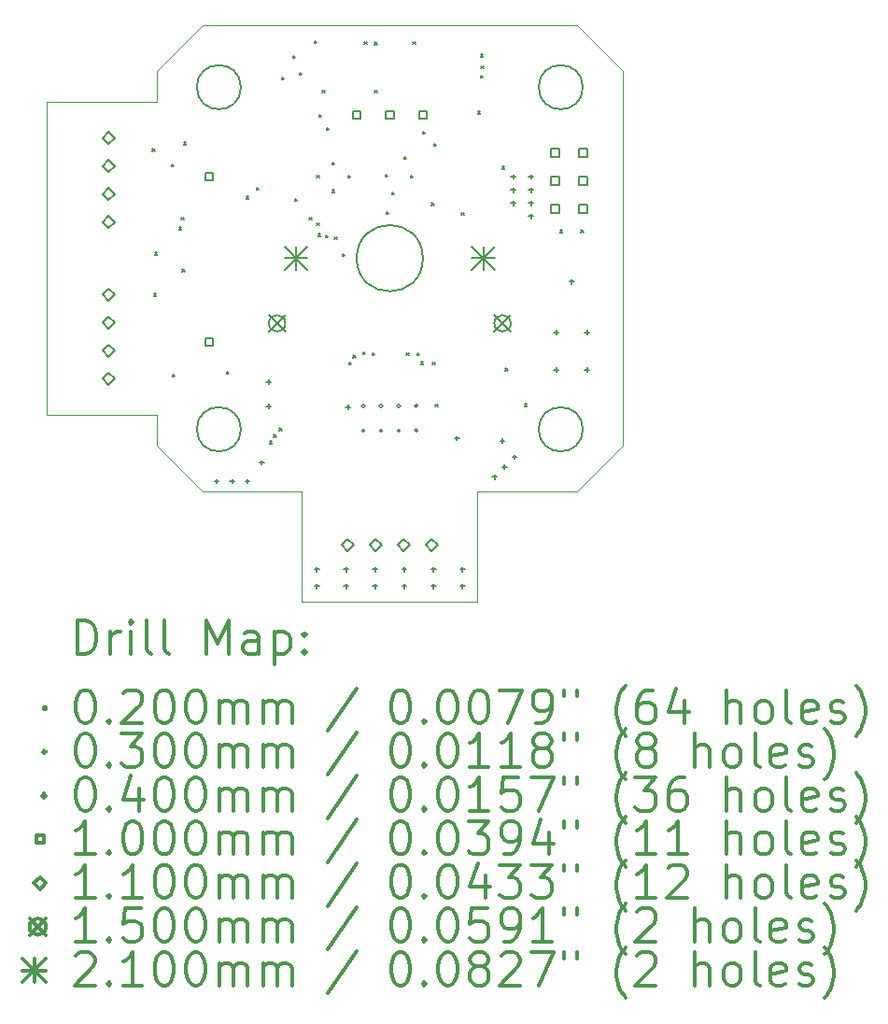
<source format=gbr>
%FSLAX45Y45*%
G04 Gerber Fmt 4.5, Leading zero omitted, Abs format (unit mm)*
G04 Created by KiCad (PCBNEW (5.1.12)-1) date 2022-08-25 20:44:23*
%MOMM*%
%LPD*%
G01*
G04 APERTURE LIST*
%TA.AperFunction,Profile*%
%ADD10C,0.050000*%
%TD*%
%TA.AperFunction,Profile*%
%ADD11C,0.150000*%
%TD*%
%ADD12C,0.200000*%
%ADD13C,0.300000*%
G04 APERTURE END LIST*
D10*
X6885000Y-8580000D02*
X6885000Y-11420000D01*
X7885000Y-8580000D02*
X6885000Y-8580000D01*
X7885000Y-8304000D02*
X7885000Y-8580000D01*
X7885000Y-11696000D02*
X7885000Y-11420000D01*
X7885000Y-11420000D02*
X6885000Y-11420000D01*
X10796000Y-12115000D02*
X10796000Y-13115000D01*
X9204000Y-12115000D02*
X9204000Y-13115000D01*
X9204000Y-13115000D02*
X10796000Y-13115000D01*
X11696000Y-12115000D02*
X10796000Y-12115000D01*
X8304000Y-12115000D02*
X9204000Y-12115000D01*
X7885000Y-11696000D02*
X8304000Y-12115000D01*
X11696000Y-12115000D02*
X12115000Y-11696000D01*
X11696000Y-7885000D02*
X12115000Y-8304000D01*
X7885000Y-8304000D02*
X8304000Y-7885000D01*
X12115000Y-10000000D02*
X12115000Y-11696000D01*
X12115000Y-10000000D02*
X12115000Y-8304000D01*
X10000000Y-7885000D02*
X8304000Y-7885000D01*
X10000000Y-7885000D02*
X11696000Y-7885000D01*
D11*
X11750000Y-8450000D02*
G75*
G03*
X11750000Y-8450000I-200000J0D01*
G01*
X8650000Y-8450000D02*
G75*
G03*
X8650000Y-8450000I-200000J0D01*
G01*
X8650000Y-11550000D02*
G75*
G03*
X8650000Y-11550000I-200000J0D01*
G01*
X11750000Y-11550000D02*
G75*
G03*
X11750000Y-11550000I-200000J0D01*
G01*
X10300000Y-10000000D02*
G75*
G03*
X10300000Y-10000000I-300000J0D01*
G01*
D12*
X7850000Y-9010000D02*
X7870000Y-9030000D01*
X7870000Y-9010000D02*
X7850000Y-9030000D01*
X7860000Y-10320000D02*
X7880000Y-10340000D01*
X7880000Y-10320000D02*
X7860000Y-10340000D01*
X7870000Y-9950000D02*
X7890000Y-9970000D01*
X7890000Y-9950000D02*
X7870000Y-9970000D01*
X8020000Y-9150000D02*
X8040000Y-9170000D01*
X8040000Y-9150000D02*
X8020000Y-9170000D01*
X8028750Y-11051250D02*
X8048750Y-11071250D01*
X8048750Y-11051250D02*
X8028750Y-11071250D01*
X8090000Y-9720000D02*
X8110000Y-9740000D01*
X8110000Y-9720000D02*
X8090000Y-9740000D01*
X8110000Y-9630000D02*
X8130000Y-9650000D01*
X8130000Y-9630000D02*
X8110000Y-9650000D01*
X8120000Y-10100000D02*
X8140000Y-10120000D01*
X8140000Y-10100000D02*
X8120000Y-10120000D01*
X8130000Y-8950000D02*
X8150000Y-8970000D01*
X8150000Y-8950000D02*
X8130000Y-8970000D01*
X8520000Y-11030000D02*
X8540000Y-11050000D01*
X8540000Y-11030000D02*
X8520000Y-11050000D01*
X8700000Y-9440000D02*
X8720000Y-9460000D01*
X8720000Y-9440000D02*
X8700000Y-9460000D01*
X8790000Y-9360000D02*
X8810000Y-9380000D01*
X8810000Y-9360000D02*
X8790000Y-9380000D01*
X8910000Y-11660000D02*
X8930000Y-11680000D01*
X8930000Y-11660000D02*
X8910000Y-11680000D01*
X8950000Y-11600000D02*
X8970000Y-11620000D01*
X8970000Y-11600000D02*
X8950000Y-11620000D01*
X9000000Y-11540000D02*
X9020000Y-11560000D01*
X9020000Y-11540000D02*
X9000000Y-11560000D01*
X9020000Y-8360000D02*
X9040000Y-8380000D01*
X9040000Y-8360000D02*
X9020000Y-8380000D01*
X9125000Y-8165000D02*
X9145000Y-8185000D01*
X9145000Y-8165000D02*
X9125000Y-8185000D01*
X9140000Y-9460000D02*
X9160000Y-9480000D01*
X9160000Y-9460000D02*
X9140000Y-9480000D01*
X9180000Y-8320000D02*
X9200000Y-8340000D01*
X9200000Y-8320000D02*
X9180000Y-8340000D01*
X9270000Y-9630000D02*
X9290000Y-9650000D01*
X9290000Y-9630000D02*
X9270000Y-9650000D01*
X9320000Y-8030000D02*
X9340000Y-8050000D01*
X9340000Y-8030000D02*
X9320000Y-8050000D01*
X9340000Y-9250000D02*
X9360000Y-9270000D01*
X9360000Y-9250000D02*
X9340000Y-9270000D01*
X9340000Y-9680000D02*
X9360000Y-9700000D01*
X9360000Y-9680000D02*
X9340000Y-9700000D01*
X9350000Y-9780000D02*
X9370000Y-9800000D01*
X9370000Y-9780000D02*
X9350000Y-9800000D01*
X9360000Y-8700000D02*
X9380000Y-8720000D01*
X9380000Y-8700000D02*
X9360000Y-8720000D01*
X9390000Y-8480000D02*
X9410000Y-8500000D01*
X9410000Y-8480000D02*
X9390000Y-8500000D01*
X9420000Y-9790000D02*
X9440000Y-9810000D01*
X9440000Y-9790000D02*
X9420000Y-9810000D01*
X9430000Y-8820000D02*
X9450000Y-8840000D01*
X9450000Y-8820000D02*
X9430000Y-8840000D01*
X9480000Y-9130000D02*
X9500000Y-9150000D01*
X9500000Y-9130000D02*
X9480000Y-9150000D01*
X9480000Y-9380000D02*
X9500000Y-9400000D01*
X9500000Y-9380000D02*
X9480000Y-9400000D01*
X9500000Y-9810000D02*
X9520000Y-9830000D01*
X9520000Y-9810000D02*
X9500000Y-9830000D01*
X9570000Y-9960000D02*
X9590000Y-9980000D01*
X9590000Y-9960000D02*
X9570000Y-9980000D01*
X9620000Y-9250000D02*
X9640000Y-9270000D01*
X9640000Y-9250000D02*
X9620000Y-9270000D01*
X9632500Y-10942500D02*
X9652500Y-10962500D01*
X9652500Y-10942500D02*
X9632500Y-10962500D01*
X9670000Y-10880000D02*
X9690000Y-10900000D01*
X9690000Y-10880000D02*
X9670000Y-10900000D01*
X9760000Y-10850000D02*
X9780000Y-10870000D01*
X9780000Y-10850000D02*
X9760000Y-10870000D01*
X9770000Y-8040000D02*
X9790000Y-8060000D01*
X9790000Y-8040000D02*
X9770000Y-8060000D01*
X9840000Y-10860000D02*
X9860000Y-10880000D01*
X9860000Y-10860000D02*
X9840000Y-10880000D01*
X9865000Y-8045000D02*
X9885000Y-8065000D01*
X9885000Y-8045000D02*
X9865000Y-8065000D01*
X9865000Y-8480000D02*
X9885000Y-8500000D01*
X9885000Y-8480000D02*
X9865000Y-8500000D01*
X9960000Y-9240000D02*
X9980000Y-9260000D01*
X9980000Y-9240000D02*
X9960000Y-9260000D01*
X9970000Y-9580000D02*
X9990000Y-9600000D01*
X9990000Y-9580000D02*
X9970000Y-9600000D01*
X10020000Y-9400000D02*
X10040000Y-9420000D01*
X10040000Y-9400000D02*
X10020000Y-9420000D01*
X10130000Y-9080000D02*
X10150000Y-9100000D01*
X10150000Y-9080000D02*
X10130000Y-9100000D01*
X10150000Y-10860000D02*
X10170000Y-10880000D01*
X10170000Y-10860000D02*
X10150000Y-10880000D01*
X10190000Y-9250000D02*
X10210000Y-9270000D01*
X10210000Y-9250000D02*
X10190000Y-9270000D01*
X10210000Y-8040000D02*
X10230000Y-8060000D01*
X10230000Y-8040000D02*
X10210000Y-8060000D01*
X10250000Y-10860000D02*
X10270000Y-10880000D01*
X10270000Y-10860000D02*
X10250000Y-10880000D01*
X10282500Y-10940000D02*
X10302500Y-10960000D01*
X10302500Y-10940000D02*
X10282500Y-10960000D01*
X10300000Y-8850000D02*
X10320000Y-8870000D01*
X10320000Y-8850000D02*
X10300000Y-8870000D01*
X10380000Y-9500000D02*
X10400000Y-9520000D01*
X10400000Y-9500000D02*
X10380000Y-9520000D01*
X10387501Y-10942500D02*
X10407501Y-10962500D01*
X10407501Y-10942500D02*
X10387501Y-10962500D01*
X10400000Y-8960000D02*
X10420000Y-8980000D01*
X10420000Y-8960000D02*
X10400000Y-8980000D01*
X10415000Y-11325000D02*
X10435000Y-11345000D01*
X10435000Y-11325000D02*
X10415000Y-11345000D01*
X10650000Y-9590000D02*
X10670000Y-9610000D01*
X10670000Y-9590000D02*
X10650000Y-9610000D01*
X10800000Y-8670000D02*
X10820000Y-8690000D01*
X10820000Y-8670000D02*
X10800000Y-8690000D01*
X10825000Y-8155000D02*
X10845000Y-8175000D01*
X10845000Y-8155000D02*
X10825000Y-8175000D01*
X10825000Y-8345000D02*
X10845000Y-8365000D01*
X10845000Y-8345000D02*
X10825000Y-8365000D01*
X10830000Y-8260000D02*
X10850000Y-8280000D01*
X10850000Y-8260000D02*
X10830000Y-8280000D01*
X11020000Y-9170000D02*
X11040000Y-9190000D01*
X11040000Y-9170000D02*
X11020000Y-9190000D01*
X11050000Y-11000000D02*
X11070000Y-11020000D01*
X11070000Y-11000000D02*
X11050000Y-11020000D01*
X11220000Y-11320000D02*
X11240000Y-11340000D01*
X11240000Y-11320000D02*
X11220000Y-11340000D01*
X11545000Y-9745000D02*
X11565000Y-9765000D01*
X11565000Y-9745000D02*
X11545000Y-9765000D01*
X11735000Y-9745000D02*
X11755000Y-9765000D01*
X11755000Y-9745000D02*
X11735000Y-9765000D01*
X9775000Y-11337500D02*
G75*
G03*
X9775000Y-11337500I-15000J0D01*
G01*
X9775000Y-11562500D02*
G75*
G03*
X9775000Y-11562500I-15000J0D01*
G01*
X9935000Y-11337500D02*
G75*
G03*
X9935000Y-11337500I-15000J0D01*
G01*
X9935000Y-11562500D02*
G75*
G03*
X9935000Y-11562500I-15000J0D01*
G01*
X10095000Y-11337500D02*
G75*
G03*
X10095000Y-11337500I-15000J0D01*
G01*
X10095000Y-11562500D02*
G75*
G03*
X10095000Y-11562500I-15000J0D01*
G01*
X10255000Y-11337500D02*
G75*
G03*
X10255000Y-11337500I-15000J0D01*
G01*
X10255000Y-11562500D02*
G75*
G03*
X10255000Y-11562500I-15000J0D01*
G01*
X8430000Y-12000000D02*
X8430000Y-12040000D01*
X8410000Y-12020000D02*
X8450000Y-12020000D01*
X8570000Y-12000000D02*
X8570000Y-12040000D01*
X8550000Y-12020000D02*
X8590000Y-12020000D01*
X8710000Y-12000000D02*
X8710000Y-12040000D01*
X8690000Y-12020000D02*
X8730000Y-12020000D01*
X8840000Y-11830000D02*
X8840000Y-11870000D01*
X8820000Y-11850000D02*
X8860000Y-11850000D01*
X8900000Y-11100000D02*
X8900000Y-11140000D01*
X8880000Y-11120000D02*
X8920000Y-11120000D01*
X8900000Y-11320000D02*
X8900000Y-11360000D01*
X8880000Y-11340000D02*
X8920000Y-11340000D01*
X9340000Y-12800000D02*
X9340000Y-12840000D01*
X9320000Y-12820000D02*
X9360000Y-12820000D01*
X9340000Y-12950000D02*
X9340000Y-12990000D01*
X9320000Y-12970000D02*
X9360000Y-12970000D01*
X9604000Y-12800000D02*
X9604000Y-12840000D01*
X9584000Y-12820000D02*
X9624000Y-12820000D01*
X9604000Y-12950000D02*
X9604000Y-12990000D01*
X9584000Y-12970000D02*
X9624000Y-12970000D01*
X9620000Y-11330000D02*
X9620000Y-11370000D01*
X9600000Y-11350000D02*
X9640000Y-11350000D01*
X9868000Y-12800000D02*
X9868000Y-12840000D01*
X9848000Y-12820000D02*
X9888000Y-12820000D01*
X9868000Y-12950000D02*
X9868000Y-12990000D01*
X9848000Y-12970000D02*
X9888000Y-12970000D01*
X10132000Y-12800000D02*
X10132000Y-12840000D01*
X10112000Y-12820000D02*
X10152000Y-12820000D01*
X10132000Y-12950000D02*
X10132000Y-12990000D01*
X10112000Y-12970000D02*
X10152000Y-12970000D01*
X10396000Y-12800000D02*
X10396000Y-12840000D01*
X10376000Y-12820000D02*
X10416000Y-12820000D01*
X10396000Y-12950000D02*
X10396000Y-12990000D01*
X10376000Y-12970000D02*
X10416000Y-12970000D01*
X10610000Y-11610000D02*
X10610000Y-11650000D01*
X10590000Y-11630000D02*
X10630000Y-11630000D01*
X10660000Y-12800000D02*
X10660000Y-12840000D01*
X10640000Y-12820000D02*
X10680000Y-12820000D01*
X10660000Y-12950000D02*
X10660000Y-12990000D01*
X10640000Y-12970000D02*
X10680000Y-12970000D01*
X10950000Y-11960000D02*
X10950000Y-12000000D01*
X10930000Y-11980000D02*
X10970000Y-11980000D01*
X11020000Y-11635000D02*
X11020000Y-11675000D01*
X11000000Y-11655000D02*
X11040000Y-11655000D01*
X11040000Y-11870000D02*
X11040000Y-11910000D01*
X11020000Y-11890000D02*
X11060000Y-11890000D01*
X11120000Y-9240000D02*
X11120000Y-9280000D01*
X11100000Y-9260000D02*
X11140000Y-9260000D01*
X11120000Y-9360000D02*
X11120000Y-9400000D01*
X11100000Y-9380000D02*
X11140000Y-9380000D01*
X11120000Y-9480000D02*
X11120000Y-9520000D01*
X11100000Y-9500000D02*
X11140000Y-9500000D01*
X11130000Y-11780000D02*
X11130000Y-11820000D01*
X11110000Y-11800000D02*
X11150000Y-11800000D01*
X11280000Y-9240000D02*
X11280000Y-9280000D01*
X11260000Y-9260000D02*
X11300000Y-9260000D01*
X11280000Y-9360000D02*
X11280000Y-9400000D01*
X11260000Y-9380000D02*
X11300000Y-9380000D01*
X11280000Y-9480000D02*
X11280000Y-9520000D01*
X11260000Y-9500000D02*
X11300000Y-9500000D01*
X11280000Y-9600000D02*
X11280000Y-9640000D01*
X11260000Y-9620000D02*
X11300000Y-9620000D01*
X11510000Y-10650000D02*
X11510000Y-10690000D01*
X11490000Y-10670000D02*
X11530000Y-10670000D01*
X11510000Y-10990000D02*
X11510000Y-11030000D01*
X11490000Y-11010000D02*
X11530000Y-11010000D01*
X11650000Y-10190000D02*
X11650000Y-10230000D01*
X11630000Y-10210000D02*
X11670000Y-10210000D01*
X11790000Y-10650000D02*
X11790000Y-10690000D01*
X11770000Y-10670000D02*
X11810000Y-10670000D01*
X11790000Y-10990000D02*
X11790000Y-11030000D01*
X11770000Y-11010000D02*
X11810000Y-11010000D01*
X8395356Y-9295356D02*
X8395356Y-9224644D01*
X8324644Y-9224644D01*
X8324644Y-9295356D01*
X8395356Y-9295356D01*
X8395356Y-10795356D02*
X8395356Y-10724644D01*
X8324644Y-10724644D01*
X8324644Y-10795356D01*
X8395356Y-10795356D01*
X9735356Y-8735356D02*
X9735356Y-8664644D01*
X9664644Y-8664644D01*
X9664644Y-8735356D01*
X9735356Y-8735356D01*
X10035356Y-8735356D02*
X10035356Y-8664644D01*
X9964644Y-8664644D01*
X9964644Y-8735356D01*
X10035356Y-8735356D01*
X10335356Y-8735356D02*
X10335356Y-8664644D01*
X10264644Y-8664644D01*
X10264644Y-8735356D01*
X10335356Y-8735356D01*
X11535356Y-9080356D02*
X11535356Y-9009644D01*
X11464644Y-9009644D01*
X11464644Y-9080356D01*
X11535356Y-9080356D01*
X11535356Y-9334356D02*
X11535356Y-9263644D01*
X11464644Y-9263644D01*
X11464644Y-9334356D01*
X11535356Y-9334356D01*
X11535356Y-9588356D02*
X11535356Y-9517644D01*
X11464644Y-9517644D01*
X11464644Y-9588356D01*
X11535356Y-9588356D01*
X11789356Y-9080356D02*
X11789356Y-9009644D01*
X11718644Y-9009644D01*
X11718644Y-9080356D01*
X11789356Y-9080356D01*
X11789356Y-9334356D02*
X11789356Y-9263644D01*
X11718644Y-9263644D01*
X11718644Y-9334356D01*
X11789356Y-9334356D01*
X11789356Y-9588356D02*
X11789356Y-9517644D01*
X11718644Y-9517644D01*
X11718644Y-9588356D01*
X11789356Y-9588356D01*
X7450000Y-8967000D02*
X7505000Y-8912000D01*
X7450000Y-8857000D01*
X7395000Y-8912000D01*
X7450000Y-8967000D01*
X7450000Y-9221000D02*
X7505000Y-9166000D01*
X7450000Y-9111000D01*
X7395000Y-9166000D01*
X7450000Y-9221000D01*
X7450000Y-9475000D02*
X7505000Y-9420000D01*
X7450000Y-9365000D01*
X7395000Y-9420000D01*
X7450000Y-9475000D01*
X7450000Y-9729000D02*
X7505000Y-9674000D01*
X7450000Y-9619000D01*
X7395000Y-9674000D01*
X7450000Y-9729000D01*
X7450000Y-10384000D02*
X7505000Y-10329000D01*
X7450000Y-10274000D01*
X7395000Y-10329000D01*
X7450000Y-10384000D01*
X7450000Y-10638000D02*
X7505000Y-10583000D01*
X7450000Y-10528000D01*
X7395000Y-10583000D01*
X7450000Y-10638000D01*
X7450000Y-10892000D02*
X7505000Y-10837000D01*
X7450000Y-10782000D01*
X7395000Y-10837000D01*
X7450000Y-10892000D01*
X7450000Y-11146000D02*
X7505000Y-11091000D01*
X7450000Y-11036000D01*
X7395000Y-11091000D01*
X7450000Y-11146000D01*
X9619000Y-12655000D02*
X9674000Y-12600000D01*
X9619000Y-12545000D01*
X9564000Y-12600000D01*
X9619000Y-12655000D01*
X9873000Y-12655000D02*
X9928000Y-12600000D01*
X9873000Y-12545000D01*
X9818000Y-12600000D01*
X9873000Y-12655000D01*
X10127000Y-12655000D02*
X10182000Y-12600000D01*
X10127000Y-12545000D01*
X10072000Y-12600000D01*
X10127000Y-12655000D01*
X10381000Y-12655000D02*
X10436000Y-12600000D01*
X10381000Y-12545000D01*
X10326000Y-12600000D01*
X10381000Y-12655000D01*
X8903000Y-10515000D02*
X9053000Y-10665000D01*
X9053000Y-10515000D02*
X8903000Y-10665000D01*
X9053000Y-10590000D02*
G75*
G03*
X9053000Y-10590000I-75000J0D01*
G01*
X10947000Y-10515000D02*
X11097000Y-10665000D01*
X11097000Y-10515000D02*
X10947000Y-10665000D01*
X11097000Y-10590000D02*
G75*
G03*
X11097000Y-10590000I-75000J0D01*
G01*
X9045000Y-9895000D02*
X9255000Y-10105000D01*
X9255000Y-9895000D02*
X9045000Y-10105000D01*
X9150000Y-9895000D02*
X9150000Y-10105000D01*
X9045000Y-10000000D02*
X9255000Y-10000000D01*
X10745000Y-9895000D02*
X10955000Y-10105000D01*
X10955000Y-9895000D02*
X10745000Y-10105000D01*
X10850000Y-9895000D02*
X10850000Y-10105000D01*
X10745000Y-10000000D02*
X10955000Y-10000000D01*
D13*
X7168928Y-13583214D02*
X7168928Y-13283214D01*
X7240357Y-13283214D01*
X7283214Y-13297500D01*
X7311786Y-13326071D01*
X7326071Y-13354643D01*
X7340357Y-13411786D01*
X7340357Y-13454643D01*
X7326071Y-13511786D01*
X7311786Y-13540357D01*
X7283214Y-13568929D01*
X7240357Y-13583214D01*
X7168928Y-13583214D01*
X7468928Y-13583214D02*
X7468928Y-13383214D01*
X7468928Y-13440357D02*
X7483214Y-13411786D01*
X7497500Y-13397500D01*
X7526071Y-13383214D01*
X7554643Y-13383214D01*
X7654643Y-13583214D02*
X7654643Y-13383214D01*
X7654643Y-13283214D02*
X7640357Y-13297500D01*
X7654643Y-13311786D01*
X7668928Y-13297500D01*
X7654643Y-13283214D01*
X7654643Y-13311786D01*
X7840357Y-13583214D02*
X7811786Y-13568929D01*
X7797500Y-13540357D01*
X7797500Y-13283214D01*
X7997500Y-13583214D02*
X7968928Y-13568929D01*
X7954643Y-13540357D01*
X7954643Y-13283214D01*
X8340357Y-13583214D02*
X8340357Y-13283214D01*
X8440357Y-13497500D01*
X8540357Y-13283214D01*
X8540357Y-13583214D01*
X8811786Y-13583214D02*
X8811786Y-13426071D01*
X8797500Y-13397500D01*
X8768928Y-13383214D01*
X8711786Y-13383214D01*
X8683214Y-13397500D01*
X8811786Y-13568929D02*
X8783214Y-13583214D01*
X8711786Y-13583214D01*
X8683214Y-13568929D01*
X8668928Y-13540357D01*
X8668928Y-13511786D01*
X8683214Y-13483214D01*
X8711786Y-13468929D01*
X8783214Y-13468929D01*
X8811786Y-13454643D01*
X8954643Y-13383214D02*
X8954643Y-13683214D01*
X8954643Y-13397500D02*
X8983214Y-13383214D01*
X9040357Y-13383214D01*
X9068928Y-13397500D01*
X9083214Y-13411786D01*
X9097500Y-13440357D01*
X9097500Y-13526071D01*
X9083214Y-13554643D01*
X9068928Y-13568929D01*
X9040357Y-13583214D01*
X8983214Y-13583214D01*
X8954643Y-13568929D01*
X9226071Y-13554643D02*
X9240357Y-13568929D01*
X9226071Y-13583214D01*
X9211786Y-13568929D01*
X9226071Y-13554643D01*
X9226071Y-13583214D01*
X9226071Y-13397500D02*
X9240357Y-13411786D01*
X9226071Y-13426071D01*
X9211786Y-13411786D01*
X9226071Y-13397500D01*
X9226071Y-13426071D01*
X6862500Y-14067500D02*
X6882500Y-14087500D01*
X6882500Y-14067500D02*
X6862500Y-14087500D01*
X7226071Y-13913214D02*
X7254643Y-13913214D01*
X7283214Y-13927500D01*
X7297500Y-13941786D01*
X7311786Y-13970357D01*
X7326071Y-14027500D01*
X7326071Y-14098929D01*
X7311786Y-14156071D01*
X7297500Y-14184643D01*
X7283214Y-14198929D01*
X7254643Y-14213214D01*
X7226071Y-14213214D01*
X7197500Y-14198929D01*
X7183214Y-14184643D01*
X7168928Y-14156071D01*
X7154643Y-14098929D01*
X7154643Y-14027500D01*
X7168928Y-13970357D01*
X7183214Y-13941786D01*
X7197500Y-13927500D01*
X7226071Y-13913214D01*
X7454643Y-14184643D02*
X7468928Y-14198929D01*
X7454643Y-14213214D01*
X7440357Y-14198929D01*
X7454643Y-14184643D01*
X7454643Y-14213214D01*
X7583214Y-13941786D02*
X7597500Y-13927500D01*
X7626071Y-13913214D01*
X7697500Y-13913214D01*
X7726071Y-13927500D01*
X7740357Y-13941786D01*
X7754643Y-13970357D01*
X7754643Y-13998929D01*
X7740357Y-14041786D01*
X7568928Y-14213214D01*
X7754643Y-14213214D01*
X7940357Y-13913214D02*
X7968928Y-13913214D01*
X7997500Y-13927500D01*
X8011786Y-13941786D01*
X8026071Y-13970357D01*
X8040357Y-14027500D01*
X8040357Y-14098929D01*
X8026071Y-14156071D01*
X8011786Y-14184643D01*
X7997500Y-14198929D01*
X7968928Y-14213214D01*
X7940357Y-14213214D01*
X7911786Y-14198929D01*
X7897500Y-14184643D01*
X7883214Y-14156071D01*
X7868928Y-14098929D01*
X7868928Y-14027500D01*
X7883214Y-13970357D01*
X7897500Y-13941786D01*
X7911786Y-13927500D01*
X7940357Y-13913214D01*
X8226071Y-13913214D02*
X8254643Y-13913214D01*
X8283214Y-13927500D01*
X8297500Y-13941786D01*
X8311786Y-13970357D01*
X8326071Y-14027500D01*
X8326071Y-14098929D01*
X8311786Y-14156071D01*
X8297500Y-14184643D01*
X8283214Y-14198929D01*
X8254643Y-14213214D01*
X8226071Y-14213214D01*
X8197500Y-14198929D01*
X8183214Y-14184643D01*
X8168928Y-14156071D01*
X8154643Y-14098929D01*
X8154643Y-14027500D01*
X8168928Y-13970357D01*
X8183214Y-13941786D01*
X8197500Y-13927500D01*
X8226071Y-13913214D01*
X8454643Y-14213214D02*
X8454643Y-14013214D01*
X8454643Y-14041786D02*
X8468928Y-14027500D01*
X8497500Y-14013214D01*
X8540357Y-14013214D01*
X8568928Y-14027500D01*
X8583214Y-14056071D01*
X8583214Y-14213214D01*
X8583214Y-14056071D02*
X8597500Y-14027500D01*
X8626071Y-14013214D01*
X8668928Y-14013214D01*
X8697500Y-14027500D01*
X8711786Y-14056071D01*
X8711786Y-14213214D01*
X8854643Y-14213214D02*
X8854643Y-14013214D01*
X8854643Y-14041786D02*
X8868928Y-14027500D01*
X8897500Y-14013214D01*
X8940357Y-14013214D01*
X8968928Y-14027500D01*
X8983214Y-14056071D01*
X8983214Y-14213214D01*
X8983214Y-14056071D02*
X8997500Y-14027500D01*
X9026071Y-14013214D01*
X9068928Y-14013214D01*
X9097500Y-14027500D01*
X9111786Y-14056071D01*
X9111786Y-14213214D01*
X9697500Y-13898929D02*
X9440357Y-14284643D01*
X10083214Y-13913214D02*
X10111786Y-13913214D01*
X10140357Y-13927500D01*
X10154643Y-13941786D01*
X10168928Y-13970357D01*
X10183214Y-14027500D01*
X10183214Y-14098929D01*
X10168928Y-14156071D01*
X10154643Y-14184643D01*
X10140357Y-14198929D01*
X10111786Y-14213214D01*
X10083214Y-14213214D01*
X10054643Y-14198929D01*
X10040357Y-14184643D01*
X10026071Y-14156071D01*
X10011786Y-14098929D01*
X10011786Y-14027500D01*
X10026071Y-13970357D01*
X10040357Y-13941786D01*
X10054643Y-13927500D01*
X10083214Y-13913214D01*
X10311786Y-14184643D02*
X10326071Y-14198929D01*
X10311786Y-14213214D01*
X10297500Y-14198929D01*
X10311786Y-14184643D01*
X10311786Y-14213214D01*
X10511786Y-13913214D02*
X10540357Y-13913214D01*
X10568928Y-13927500D01*
X10583214Y-13941786D01*
X10597500Y-13970357D01*
X10611786Y-14027500D01*
X10611786Y-14098929D01*
X10597500Y-14156071D01*
X10583214Y-14184643D01*
X10568928Y-14198929D01*
X10540357Y-14213214D01*
X10511786Y-14213214D01*
X10483214Y-14198929D01*
X10468928Y-14184643D01*
X10454643Y-14156071D01*
X10440357Y-14098929D01*
X10440357Y-14027500D01*
X10454643Y-13970357D01*
X10468928Y-13941786D01*
X10483214Y-13927500D01*
X10511786Y-13913214D01*
X10797500Y-13913214D02*
X10826071Y-13913214D01*
X10854643Y-13927500D01*
X10868928Y-13941786D01*
X10883214Y-13970357D01*
X10897500Y-14027500D01*
X10897500Y-14098929D01*
X10883214Y-14156071D01*
X10868928Y-14184643D01*
X10854643Y-14198929D01*
X10826071Y-14213214D01*
X10797500Y-14213214D01*
X10768928Y-14198929D01*
X10754643Y-14184643D01*
X10740357Y-14156071D01*
X10726071Y-14098929D01*
X10726071Y-14027500D01*
X10740357Y-13970357D01*
X10754643Y-13941786D01*
X10768928Y-13927500D01*
X10797500Y-13913214D01*
X10997500Y-13913214D02*
X11197500Y-13913214D01*
X11068928Y-14213214D01*
X11326071Y-14213214D02*
X11383214Y-14213214D01*
X11411786Y-14198929D01*
X11426071Y-14184643D01*
X11454643Y-14141786D01*
X11468928Y-14084643D01*
X11468928Y-13970357D01*
X11454643Y-13941786D01*
X11440357Y-13927500D01*
X11411786Y-13913214D01*
X11354643Y-13913214D01*
X11326071Y-13927500D01*
X11311786Y-13941786D01*
X11297500Y-13970357D01*
X11297500Y-14041786D01*
X11311786Y-14070357D01*
X11326071Y-14084643D01*
X11354643Y-14098929D01*
X11411786Y-14098929D01*
X11440357Y-14084643D01*
X11454643Y-14070357D01*
X11468928Y-14041786D01*
X11583214Y-13913214D02*
X11583214Y-13970357D01*
X11697500Y-13913214D02*
X11697500Y-13970357D01*
X12140357Y-14327500D02*
X12126071Y-14313214D01*
X12097500Y-14270357D01*
X12083214Y-14241786D01*
X12068928Y-14198929D01*
X12054643Y-14127500D01*
X12054643Y-14070357D01*
X12068928Y-13998929D01*
X12083214Y-13956071D01*
X12097500Y-13927500D01*
X12126071Y-13884643D01*
X12140357Y-13870357D01*
X12383214Y-13913214D02*
X12326071Y-13913214D01*
X12297500Y-13927500D01*
X12283214Y-13941786D01*
X12254643Y-13984643D01*
X12240357Y-14041786D01*
X12240357Y-14156071D01*
X12254643Y-14184643D01*
X12268928Y-14198929D01*
X12297500Y-14213214D01*
X12354643Y-14213214D01*
X12383214Y-14198929D01*
X12397500Y-14184643D01*
X12411786Y-14156071D01*
X12411786Y-14084643D01*
X12397500Y-14056071D01*
X12383214Y-14041786D01*
X12354643Y-14027500D01*
X12297500Y-14027500D01*
X12268928Y-14041786D01*
X12254643Y-14056071D01*
X12240357Y-14084643D01*
X12668928Y-14013214D02*
X12668928Y-14213214D01*
X12597500Y-13898929D02*
X12526071Y-14113214D01*
X12711786Y-14113214D01*
X13054643Y-14213214D02*
X13054643Y-13913214D01*
X13183214Y-14213214D02*
X13183214Y-14056071D01*
X13168928Y-14027500D01*
X13140357Y-14013214D01*
X13097500Y-14013214D01*
X13068928Y-14027500D01*
X13054643Y-14041786D01*
X13368928Y-14213214D02*
X13340357Y-14198929D01*
X13326071Y-14184643D01*
X13311786Y-14156071D01*
X13311786Y-14070357D01*
X13326071Y-14041786D01*
X13340357Y-14027500D01*
X13368928Y-14013214D01*
X13411786Y-14013214D01*
X13440357Y-14027500D01*
X13454643Y-14041786D01*
X13468928Y-14070357D01*
X13468928Y-14156071D01*
X13454643Y-14184643D01*
X13440357Y-14198929D01*
X13411786Y-14213214D01*
X13368928Y-14213214D01*
X13640357Y-14213214D02*
X13611786Y-14198929D01*
X13597500Y-14170357D01*
X13597500Y-13913214D01*
X13868928Y-14198929D02*
X13840357Y-14213214D01*
X13783214Y-14213214D01*
X13754643Y-14198929D01*
X13740357Y-14170357D01*
X13740357Y-14056071D01*
X13754643Y-14027500D01*
X13783214Y-14013214D01*
X13840357Y-14013214D01*
X13868928Y-14027500D01*
X13883214Y-14056071D01*
X13883214Y-14084643D01*
X13740357Y-14113214D01*
X13997500Y-14198929D02*
X14026071Y-14213214D01*
X14083214Y-14213214D01*
X14111786Y-14198929D01*
X14126071Y-14170357D01*
X14126071Y-14156071D01*
X14111786Y-14127500D01*
X14083214Y-14113214D01*
X14040357Y-14113214D01*
X14011786Y-14098929D01*
X13997500Y-14070357D01*
X13997500Y-14056071D01*
X14011786Y-14027500D01*
X14040357Y-14013214D01*
X14083214Y-14013214D01*
X14111786Y-14027500D01*
X14226071Y-14327500D02*
X14240357Y-14313214D01*
X14268928Y-14270357D01*
X14283214Y-14241786D01*
X14297500Y-14198929D01*
X14311786Y-14127500D01*
X14311786Y-14070357D01*
X14297500Y-13998929D01*
X14283214Y-13956071D01*
X14268928Y-13927500D01*
X14240357Y-13884643D01*
X14226071Y-13870357D01*
X6882500Y-14473500D02*
G75*
G03*
X6882500Y-14473500I-15000J0D01*
G01*
X7226071Y-14309214D02*
X7254643Y-14309214D01*
X7283214Y-14323500D01*
X7297500Y-14337786D01*
X7311786Y-14366357D01*
X7326071Y-14423500D01*
X7326071Y-14494929D01*
X7311786Y-14552071D01*
X7297500Y-14580643D01*
X7283214Y-14594929D01*
X7254643Y-14609214D01*
X7226071Y-14609214D01*
X7197500Y-14594929D01*
X7183214Y-14580643D01*
X7168928Y-14552071D01*
X7154643Y-14494929D01*
X7154643Y-14423500D01*
X7168928Y-14366357D01*
X7183214Y-14337786D01*
X7197500Y-14323500D01*
X7226071Y-14309214D01*
X7454643Y-14580643D02*
X7468928Y-14594929D01*
X7454643Y-14609214D01*
X7440357Y-14594929D01*
X7454643Y-14580643D01*
X7454643Y-14609214D01*
X7568928Y-14309214D02*
X7754643Y-14309214D01*
X7654643Y-14423500D01*
X7697500Y-14423500D01*
X7726071Y-14437786D01*
X7740357Y-14452071D01*
X7754643Y-14480643D01*
X7754643Y-14552071D01*
X7740357Y-14580643D01*
X7726071Y-14594929D01*
X7697500Y-14609214D01*
X7611786Y-14609214D01*
X7583214Y-14594929D01*
X7568928Y-14580643D01*
X7940357Y-14309214D02*
X7968928Y-14309214D01*
X7997500Y-14323500D01*
X8011786Y-14337786D01*
X8026071Y-14366357D01*
X8040357Y-14423500D01*
X8040357Y-14494929D01*
X8026071Y-14552071D01*
X8011786Y-14580643D01*
X7997500Y-14594929D01*
X7968928Y-14609214D01*
X7940357Y-14609214D01*
X7911786Y-14594929D01*
X7897500Y-14580643D01*
X7883214Y-14552071D01*
X7868928Y-14494929D01*
X7868928Y-14423500D01*
X7883214Y-14366357D01*
X7897500Y-14337786D01*
X7911786Y-14323500D01*
X7940357Y-14309214D01*
X8226071Y-14309214D02*
X8254643Y-14309214D01*
X8283214Y-14323500D01*
X8297500Y-14337786D01*
X8311786Y-14366357D01*
X8326071Y-14423500D01*
X8326071Y-14494929D01*
X8311786Y-14552071D01*
X8297500Y-14580643D01*
X8283214Y-14594929D01*
X8254643Y-14609214D01*
X8226071Y-14609214D01*
X8197500Y-14594929D01*
X8183214Y-14580643D01*
X8168928Y-14552071D01*
X8154643Y-14494929D01*
X8154643Y-14423500D01*
X8168928Y-14366357D01*
X8183214Y-14337786D01*
X8197500Y-14323500D01*
X8226071Y-14309214D01*
X8454643Y-14609214D02*
X8454643Y-14409214D01*
X8454643Y-14437786D02*
X8468928Y-14423500D01*
X8497500Y-14409214D01*
X8540357Y-14409214D01*
X8568928Y-14423500D01*
X8583214Y-14452071D01*
X8583214Y-14609214D01*
X8583214Y-14452071D02*
X8597500Y-14423500D01*
X8626071Y-14409214D01*
X8668928Y-14409214D01*
X8697500Y-14423500D01*
X8711786Y-14452071D01*
X8711786Y-14609214D01*
X8854643Y-14609214D02*
X8854643Y-14409214D01*
X8854643Y-14437786D02*
X8868928Y-14423500D01*
X8897500Y-14409214D01*
X8940357Y-14409214D01*
X8968928Y-14423500D01*
X8983214Y-14452071D01*
X8983214Y-14609214D01*
X8983214Y-14452071D02*
X8997500Y-14423500D01*
X9026071Y-14409214D01*
X9068928Y-14409214D01*
X9097500Y-14423500D01*
X9111786Y-14452071D01*
X9111786Y-14609214D01*
X9697500Y-14294929D02*
X9440357Y-14680643D01*
X10083214Y-14309214D02*
X10111786Y-14309214D01*
X10140357Y-14323500D01*
X10154643Y-14337786D01*
X10168928Y-14366357D01*
X10183214Y-14423500D01*
X10183214Y-14494929D01*
X10168928Y-14552071D01*
X10154643Y-14580643D01*
X10140357Y-14594929D01*
X10111786Y-14609214D01*
X10083214Y-14609214D01*
X10054643Y-14594929D01*
X10040357Y-14580643D01*
X10026071Y-14552071D01*
X10011786Y-14494929D01*
X10011786Y-14423500D01*
X10026071Y-14366357D01*
X10040357Y-14337786D01*
X10054643Y-14323500D01*
X10083214Y-14309214D01*
X10311786Y-14580643D02*
X10326071Y-14594929D01*
X10311786Y-14609214D01*
X10297500Y-14594929D01*
X10311786Y-14580643D01*
X10311786Y-14609214D01*
X10511786Y-14309214D02*
X10540357Y-14309214D01*
X10568928Y-14323500D01*
X10583214Y-14337786D01*
X10597500Y-14366357D01*
X10611786Y-14423500D01*
X10611786Y-14494929D01*
X10597500Y-14552071D01*
X10583214Y-14580643D01*
X10568928Y-14594929D01*
X10540357Y-14609214D01*
X10511786Y-14609214D01*
X10483214Y-14594929D01*
X10468928Y-14580643D01*
X10454643Y-14552071D01*
X10440357Y-14494929D01*
X10440357Y-14423500D01*
X10454643Y-14366357D01*
X10468928Y-14337786D01*
X10483214Y-14323500D01*
X10511786Y-14309214D01*
X10897500Y-14609214D02*
X10726071Y-14609214D01*
X10811786Y-14609214D02*
X10811786Y-14309214D01*
X10783214Y-14352071D01*
X10754643Y-14380643D01*
X10726071Y-14394929D01*
X11183214Y-14609214D02*
X11011786Y-14609214D01*
X11097500Y-14609214D02*
X11097500Y-14309214D01*
X11068928Y-14352071D01*
X11040357Y-14380643D01*
X11011786Y-14394929D01*
X11354643Y-14437786D02*
X11326071Y-14423500D01*
X11311786Y-14409214D01*
X11297500Y-14380643D01*
X11297500Y-14366357D01*
X11311786Y-14337786D01*
X11326071Y-14323500D01*
X11354643Y-14309214D01*
X11411786Y-14309214D01*
X11440357Y-14323500D01*
X11454643Y-14337786D01*
X11468928Y-14366357D01*
X11468928Y-14380643D01*
X11454643Y-14409214D01*
X11440357Y-14423500D01*
X11411786Y-14437786D01*
X11354643Y-14437786D01*
X11326071Y-14452071D01*
X11311786Y-14466357D01*
X11297500Y-14494929D01*
X11297500Y-14552071D01*
X11311786Y-14580643D01*
X11326071Y-14594929D01*
X11354643Y-14609214D01*
X11411786Y-14609214D01*
X11440357Y-14594929D01*
X11454643Y-14580643D01*
X11468928Y-14552071D01*
X11468928Y-14494929D01*
X11454643Y-14466357D01*
X11440357Y-14452071D01*
X11411786Y-14437786D01*
X11583214Y-14309214D02*
X11583214Y-14366357D01*
X11697500Y-14309214D02*
X11697500Y-14366357D01*
X12140357Y-14723500D02*
X12126071Y-14709214D01*
X12097500Y-14666357D01*
X12083214Y-14637786D01*
X12068928Y-14594929D01*
X12054643Y-14523500D01*
X12054643Y-14466357D01*
X12068928Y-14394929D01*
X12083214Y-14352071D01*
X12097500Y-14323500D01*
X12126071Y-14280643D01*
X12140357Y-14266357D01*
X12297500Y-14437786D02*
X12268928Y-14423500D01*
X12254643Y-14409214D01*
X12240357Y-14380643D01*
X12240357Y-14366357D01*
X12254643Y-14337786D01*
X12268928Y-14323500D01*
X12297500Y-14309214D01*
X12354643Y-14309214D01*
X12383214Y-14323500D01*
X12397500Y-14337786D01*
X12411786Y-14366357D01*
X12411786Y-14380643D01*
X12397500Y-14409214D01*
X12383214Y-14423500D01*
X12354643Y-14437786D01*
X12297500Y-14437786D01*
X12268928Y-14452071D01*
X12254643Y-14466357D01*
X12240357Y-14494929D01*
X12240357Y-14552071D01*
X12254643Y-14580643D01*
X12268928Y-14594929D01*
X12297500Y-14609214D01*
X12354643Y-14609214D01*
X12383214Y-14594929D01*
X12397500Y-14580643D01*
X12411786Y-14552071D01*
X12411786Y-14494929D01*
X12397500Y-14466357D01*
X12383214Y-14452071D01*
X12354643Y-14437786D01*
X12768928Y-14609214D02*
X12768928Y-14309214D01*
X12897500Y-14609214D02*
X12897500Y-14452071D01*
X12883214Y-14423500D01*
X12854643Y-14409214D01*
X12811786Y-14409214D01*
X12783214Y-14423500D01*
X12768928Y-14437786D01*
X13083214Y-14609214D02*
X13054643Y-14594929D01*
X13040357Y-14580643D01*
X13026071Y-14552071D01*
X13026071Y-14466357D01*
X13040357Y-14437786D01*
X13054643Y-14423500D01*
X13083214Y-14409214D01*
X13126071Y-14409214D01*
X13154643Y-14423500D01*
X13168928Y-14437786D01*
X13183214Y-14466357D01*
X13183214Y-14552071D01*
X13168928Y-14580643D01*
X13154643Y-14594929D01*
X13126071Y-14609214D01*
X13083214Y-14609214D01*
X13354643Y-14609214D02*
X13326071Y-14594929D01*
X13311786Y-14566357D01*
X13311786Y-14309214D01*
X13583214Y-14594929D02*
X13554643Y-14609214D01*
X13497500Y-14609214D01*
X13468928Y-14594929D01*
X13454643Y-14566357D01*
X13454643Y-14452071D01*
X13468928Y-14423500D01*
X13497500Y-14409214D01*
X13554643Y-14409214D01*
X13583214Y-14423500D01*
X13597500Y-14452071D01*
X13597500Y-14480643D01*
X13454643Y-14509214D01*
X13711786Y-14594929D02*
X13740357Y-14609214D01*
X13797500Y-14609214D01*
X13826071Y-14594929D01*
X13840357Y-14566357D01*
X13840357Y-14552071D01*
X13826071Y-14523500D01*
X13797500Y-14509214D01*
X13754643Y-14509214D01*
X13726071Y-14494929D01*
X13711786Y-14466357D01*
X13711786Y-14452071D01*
X13726071Y-14423500D01*
X13754643Y-14409214D01*
X13797500Y-14409214D01*
X13826071Y-14423500D01*
X13940357Y-14723500D02*
X13954643Y-14709214D01*
X13983214Y-14666357D01*
X13997500Y-14637786D01*
X14011786Y-14594929D01*
X14026071Y-14523500D01*
X14026071Y-14466357D01*
X14011786Y-14394929D01*
X13997500Y-14352071D01*
X13983214Y-14323500D01*
X13954643Y-14280643D01*
X13940357Y-14266357D01*
X6862500Y-14849500D02*
X6862500Y-14889500D01*
X6842500Y-14869500D02*
X6882500Y-14869500D01*
X7226071Y-14705214D02*
X7254643Y-14705214D01*
X7283214Y-14719500D01*
X7297500Y-14733786D01*
X7311786Y-14762357D01*
X7326071Y-14819500D01*
X7326071Y-14890929D01*
X7311786Y-14948071D01*
X7297500Y-14976643D01*
X7283214Y-14990929D01*
X7254643Y-15005214D01*
X7226071Y-15005214D01*
X7197500Y-14990929D01*
X7183214Y-14976643D01*
X7168928Y-14948071D01*
X7154643Y-14890929D01*
X7154643Y-14819500D01*
X7168928Y-14762357D01*
X7183214Y-14733786D01*
X7197500Y-14719500D01*
X7226071Y-14705214D01*
X7454643Y-14976643D02*
X7468928Y-14990929D01*
X7454643Y-15005214D01*
X7440357Y-14990929D01*
X7454643Y-14976643D01*
X7454643Y-15005214D01*
X7726071Y-14805214D02*
X7726071Y-15005214D01*
X7654643Y-14690929D02*
X7583214Y-14905214D01*
X7768928Y-14905214D01*
X7940357Y-14705214D02*
X7968928Y-14705214D01*
X7997500Y-14719500D01*
X8011786Y-14733786D01*
X8026071Y-14762357D01*
X8040357Y-14819500D01*
X8040357Y-14890929D01*
X8026071Y-14948071D01*
X8011786Y-14976643D01*
X7997500Y-14990929D01*
X7968928Y-15005214D01*
X7940357Y-15005214D01*
X7911786Y-14990929D01*
X7897500Y-14976643D01*
X7883214Y-14948071D01*
X7868928Y-14890929D01*
X7868928Y-14819500D01*
X7883214Y-14762357D01*
X7897500Y-14733786D01*
X7911786Y-14719500D01*
X7940357Y-14705214D01*
X8226071Y-14705214D02*
X8254643Y-14705214D01*
X8283214Y-14719500D01*
X8297500Y-14733786D01*
X8311786Y-14762357D01*
X8326071Y-14819500D01*
X8326071Y-14890929D01*
X8311786Y-14948071D01*
X8297500Y-14976643D01*
X8283214Y-14990929D01*
X8254643Y-15005214D01*
X8226071Y-15005214D01*
X8197500Y-14990929D01*
X8183214Y-14976643D01*
X8168928Y-14948071D01*
X8154643Y-14890929D01*
X8154643Y-14819500D01*
X8168928Y-14762357D01*
X8183214Y-14733786D01*
X8197500Y-14719500D01*
X8226071Y-14705214D01*
X8454643Y-15005214D02*
X8454643Y-14805214D01*
X8454643Y-14833786D02*
X8468928Y-14819500D01*
X8497500Y-14805214D01*
X8540357Y-14805214D01*
X8568928Y-14819500D01*
X8583214Y-14848071D01*
X8583214Y-15005214D01*
X8583214Y-14848071D02*
X8597500Y-14819500D01*
X8626071Y-14805214D01*
X8668928Y-14805214D01*
X8697500Y-14819500D01*
X8711786Y-14848071D01*
X8711786Y-15005214D01*
X8854643Y-15005214D02*
X8854643Y-14805214D01*
X8854643Y-14833786D02*
X8868928Y-14819500D01*
X8897500Y-14805214D01*
X8940357Y-14805214D01*
X8968928Y-14819500D01*
X8983214Y-14848071D01*
X8983214Y-15005214D01*
X8983214Y-14848071D02*
X8997500Y-14819500D01*
X9026071Y-14805214D01*
X9068928Y-14805214D01*
X9097500Y-14819500D01*
X9111786Y-14848071D01*
X9111786Y-15005214D01*
X9697500Y-14690929D02*
X9440357Y-15076643D01*
X10083214Y-14705214D02*
X10111786Y-14705214D01*
X10140357Y-14719500D01*
X10154643Y-14733786D01*
X10168928Y-14762357D01*
X10183214Y-14819500D01*
X10183214Y-14890929D01*
X10168928Y-14948071D01*
X10154643Y-14976643D01*
X10140357Y-14990929D01*
X10111786Y-15005214D01*
X10083214Y-15005214D01*
X10054643Y-14990929D01*
X10040357Y-14976643D01*
X10026071Y-14948071D01*
X10011786Y-14890929D01*
X10011786Y-14819500D01*
X10026071Y-14762357D01*
X10040357Y-14733786D01*
X10054643Y-14719500D01*
X10083214Y-14705214D01*
X10311786Y-14976643D02*
X10326071Y-14990929D01*
X10311786Y-15005214D01*
X10297500Y-14990929D01*
X10311786Y-14976643D01*
X10311786Y-15005214D01*
X10511786Y-14705214D02*
X10540357Y-14705214D01*
X10568928Y-14719500D01*
X10583214Y-14733786D01*
X10597500Y-14762357D01*
X10611786Y-14819500D01*
X10611786Y-14890929D01*
X10597500Y-14948071D01*
X10583214Y-14976643D01*
X10568928Y-14990929D01*
X10540357Y-15005214D01*
X10511786Y-15005214D01*
X10483214Y-14990929D01*
X10468928Y-14976643D01*
X10454643Y-14948071D01*
X10440357Y-14890929D01*
X10440357Y-14819500D01*
X10454643Y-14762357D01*
X10468928Y-14733786D01*
X10483214Y-14719500D01*
X10511786Y-14705214D01*
X10897500Y-15005214D02*
X10726071Y-15005214D01*
X10811786Y-15005214D02*
X10811786Y-14705214D01*
X10783214Y-14748071D01*
X10754643Y-14776643D01*
X10726071Y-14790929D01*
X11168928Y-14705214D02*
X11026071Y-14705214D01*
X11011786Y-14848071D01*
X11026071Y-14833786D01*
X11054643Y-14819500D01*
X11126071Y-14819500D01*
X11154643Y-14833786D01*
X11168928Y-14848071D01*
X11183214Y-14876643D01*
X11183214Y-14948071D01*
X11168928Y-14976643D01*
X11154643Y-14990929D01*
X11126071Y-15005214D01*
X11054643Y-15005214D01*
X11026071Y-14990929D01*
X11011786Y-14976643D01*
X11283214Y-14705214D02*
X11483214Y-14705214D01*
X11354643Y-15005214D01*
X11583214Y-14705214D02*
X11583214Y-14762357D01*
X11697500Y-14705214D02*
X11697500Y-14762357D01*
X12140357Y-15119500D02*
X12126071Y-15105214D01*
X12097500Y-15062357D01*
X12083214Y-15033786D01*
X12068928Y-14990929D01*
X12054643Y-14919500D01*
X12054643Y-14862357D01*
X12068928Y-14790929D01*
X12083214Y-14748071D01*
X12097500Y-14719500D01*
X12126071Y-14676643D01*
X12140357Y-14662357D01*
X12226071Y-14705214D02*
X12411786Y-14705214D01*
X12311786Y-14819500D01*
X12354643Y-14819500D01*
X12383214Y-14833786D01*
X12397500Y-14848071D01*
X12411786Y-14876643D01*
X12411786Y-14948071D01*
X12397500Y-14976643D01*
X12383214Y-14990929D01*
X12354643Y-15005214D01*
X12268928Y-15005214D01*
X12240357Y-14990929D01*
X12226071Y-14976643D01*
X12668928Y-14705214D02*
X12611786Y-14705214D01*
X12583214Y-14719500D01*
X12568928Y-14733786D01*
X12540357Y-14776643D01*
X12526071Y-14833786D01*
X12526071Y-14948071D01*
X12540357Y-14976643D01*
X12554643Y-14990929D01*
X12583214Y-15005214D01*
X12640357Y-15005214D01*
X12668928Y-14990929D01*
X12683214Y-14976643D01*
X12697500Y-14948071D01*
X12697500Y-14876643D01*
X12683214Y-14848071D01*
X12668928Y-14833786D01*
X12640357Y-14819500D01*
X12583214Y-14819500D01*
X12554643Y-14833786D01*
X12540357Y-14848071D01*
X12526071Y-14876643D01*
X13054643Y-15005214D02*
X13054643Y-14705214D01*
X13183214Y-15005214D02*
X13183214Y-14848071D01*
X13168928Y-14819500D01*
X13140357Y-14805214D01*
X13097500Y-14805214D01*
X13068928Y-14819500D01*
X13054643Y-14833786D01*
X13368928Y-15005214D02*
X13340357Y-14990929D01*
X13326071Y-14976643D01*
X13311786Y-14948071D01*
X13311786Y-14862357D01*
X13326071Y-14833786D01*
X13340357Y-14819500D01*
X13368928Y-14805214D01*
X13411786Y-14805214D01*
X13440357Y-14819500D01*
X13454643Y-14833786D01*
X13468928Y-14862357D01*
X13468928Y-14948071D01*
X13454643Y-14976643D01*
X13440357Y-14990929D01*
X13411786Y-15005214D01*
X13368928Y-15005214D01*
X13640357Y-15005214D02*
X13611786Y-14990929D01*
X13597500Y-14962357D01*
X13597500Y-14705214D01*
X13868928Y-14990929D02*
X13840357Y-15005214D01*
X13783214Y-15005214D01*
X13754643Y-14990929D01*
X13740357Y-14962357D01*
X13740357Y-14848071D01*
X13754643Y-14819500D01*
X13783214Y-14805214D01*
X13840357Y-14805214D01*
X13868928Y-14819500D01*
X13883214Y-14848071D01*
X13883214Y-14876643D01*
X13740357Y-14905214D01*
X13997500Y-14990929D02*
X14026071Y-15005214D01*
X14083214Y-15005214D01*
X14111786Y-14990929D01*
X14126071Y-14962357D01*
X14126071Y-14948071D01*
X14111786Y-14919500D01*
X14083214Y-14905214D01*
X14040357Y-14905214D01*
X14011786Y-14890929D01*
X13997500Y-14862357D01*
X13997500Y-14848071D01*
X14011786Y-14819500D01*
X14040357Y-14805214D01*
X14083214Y-14805214D01*
X14111786Y-14819500D01*
X14226071Y-15119500D02*
X14240357Y-15105214D01*
X14268928Y-15062357D01*
X14283214Y-15033786D01*
X14297500Y-14990929D01*
X14311786Y-14919500D01*
X14311786Y-14862357D01*
X14297500Y-14790929D01*
X14283214Y-14748071D01*
X14268928Y-14719500D01*
X14240357Y-14676643D01*
X14226071Y-14662357D01*
X6867856Y-15300856D02*
X6867856Y-15230144D01*
X6797144Y-15230144D01*
X6797144Y-15300856D01*
X6867856Y-15300856D01*
X7326071Y-15401214D02*
X7154643Y-15401214D01*
X7240357Y-15401214D02*
X7240357Y-15101214D01*
X7211786Y-15144071D01*
X7183214Y-15172643D01*
X7154643Y-15186929D01*
X7454643Y-15372643D02*
X7468928Y-15386929D01*
X7454643Y-15401214D01*
X7440357Y-15386929D01*
X7454643Y-15372643D01*
X7454643Y-15401214D01*
X7654643Y-15101214D02*
X7683214Y-15101214D01*
X7711786Y-15115500D01*
X7726071Y-15129786D01*
X7740357Y-15158357D01*
X7754643Y-15215500D01*
X7754643Y-15286929D01*
X7740357Y-15344071D01*
X7726071Y-15372643D01*
X7711786Y-15386929D01*
X7683214Y-15401214D01*
X7654643Y-15401214D01*
X7626071Y-15386929D01*
X7611786Y-15372643D01*
X7597500Y-15344071D01*
X7583214Y-15286929D01*
X7583214Y-15215500D01*
X7597500Y-15158357D01*
X7611786Y-15129786D01*
X7626071Y-15115500D01*
X7654643Y-15101214D01*
X7940357Y-15101214D02*
X7968928Y-15101214D01*
X7997500Y-15115500D01*
X8011786Y-15129786D01*
X8026071Y-15158357D01*
X8040357Y-15215500D01*
X8040357Y-15286929D01*
X8026071Y-15344071D01*
X8011786Y-15372643D01*
X7997500Y-15386929D01*
X7968928Y-15401214D01*
X7940357Y-15401214D01*
X7911786Y-15386929D01*
X7897500Y-15372643D01*
X7883214Y-15344071D01*
X7868928Y-15286929D01*
X7868928Y-15215500D01*
X7883214Y-15158357D01*
X7897500Y-15129786D01*
X7911786Y-15115500D01*
X7940357Y-15101214D01*
X8226071Y-15101214D02*
X8254643Y-15101214D01*
X8283214Y-15115500D01*
X8297500Y-15129786D01*
X8311786Y-15158357D01*
X8326071Y-15215500D01*
X8326071Y-15286929D01*
X8311786Y-15344071D01*
X8297500Y-15372643D01*
X8283214Y-15386929D01*
X8254643Y-15401214D01*
X8226071Y-15401214D01*
X8197500Y-15386929D01*
X8183214Y-15372643D01*
X8168928Y-15344071D01*
X8154643Y-15286929D01*
X8154643Y-15215500D01*
X8168928Y-15158357D01*
X8183214Y-15129786D01*
X8197500Y-15115500D01*
X8226071Y-15101214D01*
X8454643Y-15401214D02*
X8454643Y-15201214D01*
X8454643Y-15229786D02*
X8468928Y-15215500D01*
X8497500Y-15201214D01*
X8540357Y-15201214D01*
X8568928Y-15215500D01*
X8583214Y-15244071D01*
X8583214Y-15401214D01*
X8583214Y-15244071D02*
X8597500Y-15215500D01*
X8626071Y-15201214D01*
X8668928Y-15201214D01*
X8697500Y-15215500D01*
X8711786Y-15244071D01*
X8711786Y-15401214D01*
X8854643Y-15401214D02*
X8854643Y-15201214D01*
X8854643Y-15229786D02*
X8868928Y-15215500D01*
X8897500Y-15201214D01*
X8940357Y-15201214D01*
X8968928Y-15215500D01*
X8983214Y-15244071D01*
X8983214Y-15401214D01*
X8983214Y-15244071D02*
X8997500Y-15215500D01*
X9026071Y-15201214D01*
X9068928Y-15201214D01*
X9097500Y-15215500D01*
X9111786Y-15244071D01*
X9111786Y-15401214D01*
X9697500Y-15086929D02*
X9440357Y-15472643D01*
X10083214Y-15101214D02*
X10111786Y-15101214D01*
X10140357Y-15115500D01*
X10154643Y-15129786D01*
X10168928Y-15158357D01*
X10183214Y-15215500D01*
X10183214Y-15286929D01*
X10168928Y-15344071D01*
X10154643Y-15372643D01*
X10140357Y-15386929D01*
X10111786Y-15401214D01*
X10083214Y-15401214D01*
X10054643Y-15386929D01*
X10040357Y-15372643D01*
X10026071Y-15344071D01*
X10011786Y-15286929D01*
X10011786Y-15215500D01*
X10026071Y-15158357D01*
X10040357Y-15129786D01*
X10054643Y-15115500D01*
X10083214Y-15101214D01*
X10311786Y-15372643D02*
X10326071Y-15386929D01*
X10311786Y-15401214D01*
X10297500Y-15386929D01*
X10311786Y-15372643D01*
X10311786Y-15401214D01*
X10511786Y-15101214D02*
X10540357Y-15101214D01*
X10568928Y-15115500D01*
X10583214Y-15129786D01*
X10597500Y-15158357D01*
X10611786Y-15215500D01*
X10611786Y-15286929D01*
X10597500Y-15344071D01*
X10583214Y-15372643D01*
X10568928Y-15386929D01*
X10540357Y-15401214D01*
X10511786Y-15401214D01*
X10483214Y-15386929D01*
X10468928Y-15372643D01*
X10454643Y-15344071D01*
X10440357Y-15286929D01*
X10440357Y-15215500D01*
X10454643Y-15158357D01*
X10468928Y-15129786D01*
X10483214Y-15115500D01*
X10511786Y-15101214D01*
X10711786Y-15101214D02*
X10897500Y-15101214D01*
X10797500Y-15215500D01*
X10840357Y-15215500D01*
X10868928Y-15229786D01*
X10883214Y-15244071D01*
X10897500Y-15272643D01*
X10897500Y-15344071D01*
X10883214Y-15372643D01*
X10868928Y-15386929D01*
X10840357Y-15401214D01*
X10754643Y-15401214D01*
X10726071Y-15386929D01*
X10711786Y-15372643D01*
X11040357Y-15401214D02*
X11097500Y-15401214D01*
X11126071Y-15386929D01*
X11140357Y-15372643D01*
X11168928Y-15329786D01*
X11183214Y-15272643D01*
X11183214Y-15158357D01*
X11168928Y-15129786D01*
X11154643Y-15115500D01*
X11126071Y-15101214D01*
X11068928Y-15101214D01*
X11040357Y-15115500D01*
X11026071Y-15129786D01*
X11011786Y-15158357D01*
X11011786Y-15229786D01*
X11026071Y-15258357D01*
X11040357Y-15272643D01*
X11068928Y-15286929D01*
X11126071Y-15286929D01*
X11154643Y-15272643D01*
X11168928Y-15258357D01*
X11183214Y-15229786D01*
X11440357Y-15201214D02*
X11440357Y-15401214D01*
X11368928Y-15086929D02*
X11297500Y-15301214D01*
X11483214Y-15301214D01*
X11583214Y-15101214D02*
X11583214Y-15158357D01*
X11697500Y-15101214D02*
X11697500Y-15158357D01*
X12140357Y-15515500D02*
X12126071Y-15501214D01*
X12097500Y-15458357D01*
X12083214Y-15429786D01*
X12068928Y-15386929D01*
X12054643Y-15315500D01*
X12054643Y-15258357D01*
X12068928Y-15186929D01*
X12083214Y-15144071D01*
X12097500Y-15115500D01*
X12126071Y-15072643D01*
X12140357Y-15058357D01*
X12411786Y-15401214D02*
X12240357Y-15401214D01*
X12326071Y-15401214D02*
X12326071Y-15101214D01*
X12297500Y-15144071D01*
X12268928Y-15172643D01*
X12240357Y-15186929D01*
X12697500Y-15401214D02*
X12526071Y-15401214D01*
X12611786Y-15401214D02*
X12611786Y-15101214D01*
X12583214Y-15144071D01*
X12554643Y-15172643D01*
X12526071Y-15186929D01*
X13054643Y-15401214D02*
X13054643Y-15101214D01*
X13183214Y-15401214D02*
X13183214Y-15244071D01*
X13168928Y-15215500D01*
X13140357Y-15201214D01*
X13097500Y-15201214D01*
X13068928Y-15215500D01*
X13054643Y-15229786D01*
X13368928Y-15401214D02*
X13340357Y-15386929D01*
X13326071Y-15372643D01*
X13311786Y-15344071D01*
X13311786Y-15258357D01*
X13326071Y-15229786D01*
X13340357Y-15215500D01*
X13368928Y-15201214D01*
X13411786Y-15201214D01*
X13440357Y-15215500D01*
X13454643Y-15229786D01*
X13468928Y-15258357D01*
X13468928Y-15344071D01*
X13454643Y-15372643D01*
X13440357Y-15386929D01*
X13411786Y-15401214D01*
X13368928Y-15401214D01*
X13640357Y-15401214D02*
X13611786Y-15386929D01*
X13597500Y-15358357D01*
X13597500Y-15101214D01*
X13868928Y-15386929D02*
X13840357Y-15401214D01*
X13783214Y-15401214D01*
X13754643Y-15386929D01*
X13740357Y-15358357D01*
X13740357Y-15244071D01*
X13754643Y-15215500D01*
X13783214Y-15201214D01*
X13840357Y-15201214D01*
X13868928Y-15215500D01*
X13883214Y-15244071D01*
X13883214Y-15272643D01*
X13740357Y-15301214D01*
X13997500Y-15386929D02*
X14026071Y-15401214D01*
X14083214Y-15401214D01*
X14111786Y-15386929D01*
X14126071Y-15358357D01*
X14126071Y-15344071D01*
X14111786Y-15315500D01*
X14083214Y-15301214D01*
X14040357Y-15301214D01*
X14011786Y-15286929D01*
X13997500Y-15258357D01*
X13997500Y-15244071D01*
X14011786Y-15215500D01*
X14040357Y-15201214D01*
X14083214Y-15201214D01*
X14111786Y-15215500D01*
X14226071Y-15515500D02*
X14240357Y-15501214D01*
X14268928Y-15458357D01*
X14283214Y-15429786D01*
X14297500Y-15386929D01*
X14311786Y-15315500D01*
X14311786Y-15258357D01*
X14297500Y-15186929D01*
X14283214Y-15144071D01*
X14268928Y-15115500D01*
X14240357Y-15072643D01*
X14226071Y-15058357D01*
X6827500Y-15716500D02*
X6882500Y-15661500D01*
X6827500Y-15606500D01*
X6772500Y-15661500D01*
X6827500Y-15716500D01*
X7326071Y-15797214D02*
X7154643Y-15797214D01*
X7240357Y-15797214D02*
X7240357Y-15497214D01*
X7211786Y-15540071D01*
X7183214Y-15568643D01*
X7154643Y-15582929D01*
X7454643Y-15768643D02*
X7468928Y-15782929D01*
X7454643Y-15797214D01*
X7440357Y-15782929D01*
X7454643Y-15768643D01*
X7454643Y-15797214D01*
X7754643Y-15797214D02*
X7583214Y-15797214D01*
X7668928Y-15797214D02*
X7668928Y-15497214D01*
X7640357Y-15540071D01*
X7611786Y-15568643D01*
X7583214Y-15582929D01*
X7940357Y-15497214D02*
X7968928Y-15497214D01*
X7997500Y-15511500D01*
X8011786Y-15525786D01*
X8026071Y-15554357D01*
X8040357Y-15611500D01*
X8040357Y-15682929D01*
X8026071Y-15740071D01*
X8011786Y-15768643D01*
X7997500Y-15782929D01*
X7968928Y-15797214D01*
X7940357Y-15797214D01*
X7911786Y-15782929D01*
X7897500Y-15768643D01*
X7883214Y-15740071D01*
X7868928Y-15682929D01*
X7868928Y-15611500D01*
X7883214Y-15554357D01*
X7897500Y-15525786D01*
X7911786Y-15511500D01*
X7940357Y-15497214D01*
X8226071Y-15497214D02*
X8254643Y-15497214D01*
X8283214Y-15511500D01*
X8297500Y-15525786D01*
X8311786Y-15554357D01*
X8326071Y-15611500D01*
X8326071Y-15682929D01*
X8311786Y-15740071D01*
X8297500Y-15768643D01*
X8283214Y-15782929D01*
X8254643Y-15797214D01*
X8226071Y-15797214D01*
X8197500Y-15782929D01*
X8183214Y-15768643D01*
X8168928Y-15740071D01*
X8154643Y-15682929D01*
X8154643Y-15611500D01*
X8168928Y-15554357D01*
X8183214Y-15525786D01*
X8197500Y-15511500D01*
X8226071Y-15497214D01*
X8454643Y-15797214D02*
X8454643Y-15597214D01*
X8454643Y-15625786D02*
X8468928Y-15611500D01*
X8497500Y-15597214D01*
X8540357Y-15597214D01*
X8568928Y-15611500D01*
X8583214Y-15640071D01*
X8583214Y-15797214D01*
X8583214Y-15640071D02*
X8597500Y-15611500D01*
X8626071Y-15597214D01*
X8668928Y-15597214D01*
X8697500Y-15611500D01*
X8711786Y-15640071D01*
X8711786Y-15797214D01*
X8854643Y-15797214D02*
X8854643Y-15597214D01*
X8854643Y-15625786D02*
X8868928Y-15611500D01*
X8897500Y-15597214D01*
X8940357Y-15597214D01*
X8968928Y-15611500D01*
X8983214Y-15640071D01*
X8983214Y-15797214D01*
X8983214Y-15640071D02*
X8997500Y-15611500D01*
X9026071Y-15597214D01*
X9068928Y-15597214D01*
X9097500Y-15611500D01*
X9111786Y-15640071D01*
X9111786Y-15797214D01*
X9697500Y-15482929D02*
X9440357Y-15868643D01*
X10083214Y-15497214D02*
X10111786Y-15497214D01*
X10140357Y-15511500D01*
X10154643Y-15525786D01*
X10168928Y-15554357D01*
X10183214Y-15611500D01*
X10183214Y-15682929D01*
X10168928Y-15740071D01*
X10154643Y-15768643D01*
X10140357Y-15782929D01*
X10111786Y-15797214D01*
X10083214Y-15797214D01*
X10054643Y-15782929D01*
X10040357Y-15768643D01*
X10026071Y-15740071D01*
X10011786Y-15682929D01*
X10011786Y-15611500D01*
X10026071Y-15554357D01*
X10040357Y-15525786D01*
X10054643Y-15511500D01*
X10083214Y-15497214D01*
X10311786Y-15768643D02*
X10326071Y-15782929D01*
X10311786Y-15797214D01*
X10297500Y-15782929D01*
X10311786Y-15768643D01*
X10311786Y-15797214D01*
X10511786Y-15497214D02*
X10540357Y-15497214D01*
X10568928Y-15511500D01*
X10583214Y-15525786D01*
X10597500Y-15554357D01*
X10611786Y-15611500D01*
X10611786Y-15682929D01*
X10597500Y-15740071D01*
X10583214Y-15768643D01*
X10568928Y-15782929D01*
X10540357Y-15797214D01*
X10511786Y-15797214D01*
X10483214Y-15782929D01*
X10468928Y-15768643D01*
X10454643Y-15740071D01*
X10440357Y-15682929D01*
X10440357Y-15611500D01*
X10454643Y-15554357D01*
X10468928Y-15525786D01*
X10483214Y-15511500D01*
X10511786Y-15497214D01*
X10868928Y-15597214D02*
X10868928Y-15797214D01*
X10797500Y-15482929D02*
X10726071Y-15697214D01*
X10911786Y-15697214D01*
X10997500Y-15497214D02*
X11183214Y-15497214D01*
X11083214Y-15611500D01*
X11126071Y-15611500D01*
X11154643Y-15625786D01*
X11168928Y-15640071D01*
X11183214Y-15668643D01*
X11183214Y-15740071D01*
X11168928Y-15768643D01*
X11154643Y-15782929D01*
X11126071Y-15797214D01*
X11040357Y-15797214D01*
X11011786Y-15782929D01*
X10997500Y-15768643D01*
X11283214Y-15497214D02*
X11468928Y-15497214D01*
X11368928Y-15611500D01*
X11411786Y-15611500D01*
X11440357Y-15625786D01*
X11454643Y-15640071D01*
X11468928Y-15668643D01*
X11468928Y-15740071D01*
X11454643Y-15768643D01*
X11440357Y-15782929D01*
X11411786Y-15797214D01*
X11326071Y-15797214D01*
X11297500Y-15782929D01*
X11283214Y-15768643D01*
X11583214Y-15497214D02*
X11583214Y-15554357D01*
X11697500Y-15497214D02*
X11697500Y-15554357D01*
X12140357Y-15911500D02*
X12126071Y-15897214D01*
X12097500Y-15854357D01*
X12083214Y-15825786D01*
X12068928Y-15782929D01*
X12054643Y-15711500D01*
X12054643Y-15654357D01*
X12068928Y-15582929D01*
X12083214Y-15540071D01*
X12097500Y-15511500D01*
X12126071Y-15468643D01*
X12140357Y-15454357D01*
X12411786Y-15797214D02*
X12240357Y-15797214D01*
X12326071Y-15797214D02*
X12326071Y-15497214D01*
X12297500Y-15540071D01*
X12268928Y-15568643D01*
X12240357Y-15582929D01*
X12526071Y-15525786D02*
X12540357Y-15511500D01*
X12568928Y-15497214D01*
X12640357Y-15497214D01*
X12668928Y-15511500D01*
X12683214Y-15525786D01*
X12697500Y-15554357D01*
X12697500Y-15582929D01*
X12683214Y-15625786D01*
X12511786Y-15797214D01*
X12697500Y-15797214D01*
X13054643Y-15797214D02*
X13054643Y-15497214D01*
X13183214Y-15797214D02*
X13183214Y-15640071D01*
X13168928Y-15611500D01*
X13140357Y-15597214D01*
X13097500Y-15597214D01*
X13068928Y-15611500D01*
X13054643Y-15625786D01*
X13368928Y-15797214D02*
X13340357Y-15782929D01*
X13326071Y-15768643D01*
X13311786Y-15740071D01*
X13311786Y-15654357D01*
X13326071Y-15625786D01*
X13340357Y-15611500D01*
X13368928Y-15597214D01*
X13411786Y-15597214D01*
X13440357Y-15611500D01*
X13454643Y-15625786D01*
X13468928Y-15654357D01*
X13468928Y-15740071D01*
X13454643Y-15768643D01*
X13440357Y-15782929D01*
X13411786Y-15797214D01*
X13368928Y-15797214D01*
X13640357Y-15797214D02*
X13611786Y-15782929D01*
X13597500Y-15754357D01*
X13597500Y-15497214D01*
X13868928Y-15782929D02*
X13840357Y-15797214D01*
X13783214Y-15797214D01*
X13754643Y-15782929D01*
X13740357Y-15754357D01*
X13740357Y-15640071D01*
X13754643Y-15611500D01*
X13783214Y-15597214D01*
X13840357Y-15597214D01*
X13868928Y-15611500D01*
X13883214Y-15640071D01*
X13883214Y-15668643D01*
X13740357Y-15697214D01*
X13997500Y-15782929D02*
X14026071Y-15797214D01*
X14083214Y-15797214D01*
X14111786Y-15782929D01*
X14126071Y-15754357D01*
X14126071Y-15740071D01*
X14111786Y-15711500D01*
X14083214Y-15697214D01*
X14040357Y-15697214D01*
X14011786Y-15682929D01*
X13997500Y-15654357D01*
X13997500Y-15640071D01*
X14011786Y-15611500D01*
X14040357Y-15597214D01*
X14083214Y-15597214D01*
X14111786Y-15611500D01*
X14226071Y-15911500D02*
X14240357Y-15897214D01*
X14268928Y-15854357D01*
X14283214Y-15825786D01*
X14297500Y-15782929D01*
X14311786Y-15711500D01*
X14311786Y-15654357D01*
X14297500Y-15582929D01*
X14283214Y-15540071D01*
X14268928Y-15511500D01*
X14240357Y-15468643D01*
X14226071Y-15454357D01*
X6732500Y-15982500D02*
X6882500Y-16132500D01*
X6882500Y-15982500D02*
X6732500Y-16132500D01*
X6882500Y-16057500D02*
G75*
G03*
X6882500Y-16057500I-75000J0D01*
G01*
X7326071Y-16193214D02*
X7154643Y-16193214D01*
X7240357Y-16193214D02*
X7240357Y-15893214D01*
X7211786Y-15936071D01*
X7183214Y-15964643D01*
X7154643Y-15978929D01*
X7454643Y-16164643D02*
X7468928Y-16178929D01*
X7454643Y-16193214D01*
X7440357Y-16178929D01*
X7454643Y-16164643D01*
X7454643Y-16193214D01*
X7740357Y-15893214D02*
X7597500Y-15893214D01*
X7583214Y-16036071D01*
X7597500Y-16021786D01*
X7626071Y-16007500D01*
X7697500Y-16007500D01*
X7726071Y-16021786D01*
X7740357Y-16036071D01*
X7754643Y-16064643D01*
X7754643Y-16136071D01*
X7740357Y-16164643D01*
X7726071Y-16178929D01*
X7697500Y-16193214D01*
X7626071Y-16193214D01*
X7597500Y-16178929D01*
X7583214Y-16164643D01*
X7940357Y-15893214D02*
X7968928Y-15893214D01*
X7997500Y-15907500D01*
X8011786Y-15921786D01*
X8026071Y-15950357D01*
X8040357Y-16007500D01*
X8040357Y-16078929D01*
X8026071Y-16136071D01*
X8011786Y-16164643D01*
X7997500Y-16178929D01*
X7968928Y-16193214D01*
X7940357Y-16193214D01*
X7911786Y-16178929D01*
X7897500Y-16164643D01*
X7883214Y-16136071D01*
X7868928Y-16078929D01*
X7868928Y-16007500D01*
X7883214Y-15950357D01*
X7897500Y-15921786D01*
X7911786Y-15907500D01*
X7940357Y-15893214D01*
X8226071Y-15893214D02*
X8254643Y-15893214D01*
X8283214Y-15907500D01*
X8297500Y-15921786D01*
X8311786Y-15950357D01*
X8326071Y-16007500D01*
X8326071Y-16078929D01*
X8311786Y-16136071D01*
X8297500Y-16164643D01*
X8283214Y-16178929D01*
X8254643Y-16193214D01*
X8226071Y-16193214D01*
X8197500Y-16178929D01*
X8183214Y-16164643D01*
X8168928Y-16136071D01*
X8154643Y-16078929D01*
X8154643Y-16007500D01*
X8168928Y-15950357D01*
X8183214Y-15921786D01*
X8197500Y-15907500D01*
X8226071Y-15893214D01*
X8454643Y-16193214D02*
X8454643Y-15993214D01*
X8454643Y-16021786D02*
X8468928Y-16007500D01*
X8497500Y-15993214D01*
X8540357Y-15993214D01*
X8568928Y-16007500D01*
X8583214Y-16036071D01*
X8583214Y-16193214D01*
X8583214Y-16036071D02*
X8597500Y-16007500D01*
X8626071Y-15993214D01*
X8668928Y-15993214D01*
X8697500Y-16007500D01*
X8711786Y-16036071D01*
X8711786Y-16193214D01*
X8854643Y-16193214D02*
X8854643Y-15993214D01*
X8854643Y-16021786D02*
X8868928Y-16007500D01*
X8897500Y-15993214D01*
X8940357Y-15993214D01*
X8968928Y-16007500D01*
X8983214Y-16036071D01*
X8983214Y-16193214D01*
X8983214Y-16036071D02*
X8997500Y-16007500D01*
X9026071Y-15993214D01*
X9068928Y-15993214D01*
X9097500Y-16007500D01*
X9111786Y-16036071D01*
X9111786Y-16193214D01*
X9697500Y-15878929D02*
X9440357Y-16264643D01*
X10083214Y-15893214D02*
X10111786Y-15893214D01*
X10140357Y-15907500D01*
X10154643Y-15921786D01*
X10168928Y-15950357D01*
X10183214Y-16007500D01*
X10183214Y-16078929D01*
X10168928Y-16136071D01*
X10154643Y-16164643D01*
X10140357Y-16178929D01*
X10111786Y-16193214D01*
X10083214Y-16193214D01*
X10054643Y-16178929D01*
X10040357Y-16164643D01*
X10026071Y-16136071D01*
X10011786Y-16078929D01*
X10011786Y-16007500D01*
X10026071Y-15950357D01*
X10040357Y-15921786D01*
X10054643Y-15907500D01*
X10083214Y-15893214D01*
X10311786Y-16164643D02*
X10326071Y-16178929D01*
X10311786Y-16193214D01*
X10297500Y-16178929D01*
X10311786Y-16164643D01*
X10311786Y-16193214D01*
X10511786Y-15893214D02*
X10540357Y-15893214D01*
X10568928Y-15907500D01*
X10583214Y-15921786D01*
X10597500Y-15950357D01*
X10611786Y-16007500D01*
X10611786Y-16078929D01*
X10597500Y-16136071D01*
X10583214Y-16164643D01*
X10568928Y-16178929D01*
X10540357Y-16193214D01*
X10511786Y-16193214D01*
X10483214Y-16178929D01*
X10468928Y-16164643D01*
X10454643Y-16136071D01*
X10440357Y-16078929D01*
X10440357Y-16007500D01*
X10454643Y-15950357D01*
X10468928Y-15921786D01*
X10483214Y-15907500D01*
X10511786Y-15893214D01*
X10883214Y-15893214D02*
X10740357Y-15893214D01*
X10726071Y-16036071D01*
X10740357Y-16021786D01*
X10768928Y-16007500D01*
X10840357Y-16007500D01*
X10868928Y-16021786D01*
X10883214Y-16036071D01*
X10897500Y-16064643D01*
X10897500Y-16136071D01*
X10883214Y-16164643D01*
X10868928Y-16178929D01*
X10840357Y-16193214D01*
X10768928Y-16193214D01*
X10740357Y-16178929D01*
X10726071Y-16164643D01*
X11040357Y-16193214D02*
X11097500Y-16193214D01*
X11126071Y-16178929D01*
X11140357Y-16164643D01*
X11168928Y-16121786D01*
X11183214Y-16064643D01*
X11183214Y-15950357D01*
X11168928Y-15921786D01*
X11154643Y-15907500D01*
X11126071Y-15893214D01*
X11068928Y-15893214D01*
X11040357Y-15907500D01*
X11026071Y-15921786D01*
X11011786Y-15950357D01*
X11011786Y-16021786D01*
X11026071Y-16050357D01*
X11040357Y-16064643D01*
X11068928Y-16078929D01*
X11126071Y-16078929D01*
X11154643Y-16064643D01*
X11168928Y-16050357D01*
X11183214Y-16021786D01*
X11468928Y-16193214D02*
X11297500Y-16193214D01*
X11383214Y-16193214D02*
X11383214Y-15893214D01*
X11354643Y-15936071D01*
X11326071Y-15964643D01*
X11297500Y-15978929D01*
X11583214Y-15893214D02*
X11583214Y-15950357D01*
X11697500Y-15893214D02*
X11697500Y-15950357D01*
X12140357Y-16307500D02*
X12126071Y-16293214D01*
X12097500Y-16250357D01*
X12083214Y-16221786D01*
X12068928Y-16178929D01*
X12054643Y-16107500D01*
X12054643Y-16050357D01*
X12068928Y-15978929D01*
X12083214Y-15936071D01*
X12097500Y-15907500D01*
X12126071Y-15864643D01*
X12140357Y-15850357D01*
X12240357Y-15921786D02*
X12254643Y-15907500D01*
X12283214Y-15893214D01*
X12354643Y-15893214D01*
X12383214Y-15907500D01*
X12397500Y-15921786D01*
X12411786Y-15950357D01*
X12411786Y-15978929D01*
X12397500Y-16021786D01*
X12226071Y-16193214D01*
X12411786Y-16193214D01*
X12768928Y-16193214D02*
X12768928Y-15893214D01*
X12897500Y-16193214D02*
X12897500Y-16036071D01*
X12883214Y-16007500D01*
X12854643Y-15993214D01*
X12811786Y-15993214D01*
X12783214Y-16007500D01*
X12768928Y-16021786D01*
X13083214Y-16193214D02*
X13054643Y-16178929D01*
X13040357Y-16164643D01*
X13026071Y-16136071D01*
X13026071Y-16050357D01*
X13040357Y-16021786D01*
X13054643Y-16007500D01*
X13083214Y-15993214D01*
X13126071Y-15993214D01*
X13154643Y-16007500D01*
X13168928Y-16021786D01*
X13183214Y-16050357D01*
X13183214Y-16136071D01*
X13168928Y-16164643D01*
X13154643Y-16178929D01*
X13126071Y-16193214D01*
X13083214Y-16193214D01*
X13354643Y-16193214D02*
X13326071Y-16178929D01*
X13311786Y-16150357D01*
X13311786Y-15893214D01*
X13583214Y-16178929D02*
X13554643Y-16193214D01*
X13497500Y-16193214D01*
X13468928Y-16178929D01*
X13454643Y-16150357D01*
X13454643Y-16036071D01*
X13468928Y-16007500D01*
X13497500Y-15993214D01*
X13554643Y-15993214D01*
X13583214Y-16007500D01*
X13597500Y-16036071D01*
X13597500Y-16064643D01*
X13454643Y-16093214D01*
X13711786Y-16178929D02*
X13740357Y-16193214D01*
X13797500Y-16193214D01*
X13826071Y-16178929D01*
X13840357Y-16150357D01*
X13840357Y-16136071D01*
X13826071Y-16107500D01*
X13797500Y-16093214D01*
X13754643Y-16093214D01*
X13726071Y-16078929D01*
X13711786Y-16050357D01*
X13711786Y-16036071D01*
X13726071Y-16007500D01*
X13754643Y-15993214D01*
X13797500Y-15993214D01*
X13826071Y-16007500D01*
X13940357Y-16307500D02*
X13954643Y-16293214D01*
X13983214Y-16250357D01*
X13997500Y-16221786D01*
X14011786Y-16178929D01*
X14026071Y-16107500D01*
X14026071Y-16050357D01*
X14011786Y-15978929D01*
X13997500Y-15936071D01*
X13983214Y-15907500D01*
X13954643Y-15864643D01*
X13940357Y-15850357D01*
X6672500Y-16348500D02*
X6882500Y-16558500D01*
X6882500Y-16348500D02*
X6672500Y-16558500D01*
X6777500Y-16348500D02*
X6777500Y-16558500D01*
X6672500Y-16453500D02*
X6882500Y-16453500D01*
X7154643Y-16317786D02*
X7168928Y-16303500D01*
X7197500Y-16289214D01*
X7268928Y-16289214D01*
X7297500Y-16303500D01*
X7311786Y-16317786D01*
X7326071Y-16346357D01*
X7326071Y-16374929D01*
X7311786Y-16417786D01*
X7140357Y-16589214D01*
X7326071Y-16589214D01*
X7454643Y-16560643D02*
X7468928Y-16574929D01*
X7454643Y-16589214D01*
X7440357Y-16574929D01*
X7454643Y-16560643D01*
X7454643Y-16589214D01*
X7754643Y-16589214D02*
X7583214Y-16589214D01*
X7668928Y-16589214D02*
X7668928Y-16289214D01*
X7640357Y-16332071D01*
X7611786Y-16360643D01*
X7583214Y-16374929D01*
X7940357Y-16289214D02*
X7968928Y-16289214D01*
X7997500Y-16303500D01*
X8011786Y-16317786D01*
X8026071Y-16346357D01*
X8040357Y-16403500D01*
X8040357Y-16474929D01*
X8026071Y-16532071D01*
X8011786Y-16560643D01*
X7997500Y-16574929D01*
X7968928Y-16589214D01*
X7940357Y-16589214D01*
X7911786Y-16574929D01*
X7897500Y-16560643D01*
X7883214Y-16532071D01*
X7868928Y-16474929D01*
X7868928Y-16403500D01*
X7883214Y-16346357D01*
X7897500Y-16317786D01*
X7911786Y-16303500D01*
X7940357Y-16289214D01*
X8226071Y-16289214D02*
X8254643Y-16289214D01*
X8283214Y-16303500D01*
X8297500Y-16317786D01*
X8311786Y-16346357D01*
X8326071Y-16403500D01*
X8326071Y-16474929D01*
X8311786Y-16532071D01*
X8297500Y-16560643D01*
X8283214Y-16574929D01*
X8254643Y-16589214D01*
X8226071Y-16589214D01*
X8197500Y-16574929D01*
X8183214Y-16560643D01*
X8168928Y-16532071D01*
X8154643Y-16474929D01*
X8154643Y-16403500D01*
X8168928Y-16346357D01*
X8183214Y-16317786D01*
X8197500Y-16303500D01*
X8226071Y-16289214D01*
X8454643Y-16589214D02*
X8454643Y-16389214D01*
X8454643Y-16417786D02*
X8468928Y-16403500D01*
X8497500Y-16389214D01*
X8540357Y-16389214D01*
X8568928Y-16403500D01*
X8583214Y-16432071D01*
X8583214Y-16589214D01*
X8583214Y-16432071D02*
X8597500Y-16403500D01*
X8626071Y-16389214D01*
X8668928Y-16389214D01*
X8697500Y-16403500D01*
X8711786Y-16432071D01*
X8711786Y-16589214D01*
X8854643Y-16589214D02*
X8854643Y-16389214D01*
X8854643Y-16417786D02*
X8868928Y-16403500D01*
X8897500Y-16389214D01*
X8940357Y-16389214D01*
X8968928Y-16403500D01*
X8983214Y-16432071D01*
X8983214Y-16589214D01*
X8983214Y-16432071D02*
X8997500Y-16403500D01*
X9026071Y-16389214D01*
X9068928Y-16389214D01*
X9097500Y-16403500D01*
X9111786Y-16432071D01*
X9111786Y-16589214D01*
X9697500Y-16274929D02*
X9440357Y-16660643D01*
X10083214Y-16289214D02*
X10111786Y-16289214D01*
X10140357Y-16303500D01*
X10154643Y-16317786D01*
X10168928Y-16346357D01*
X10183214Y-16403500D01*
X10183214Y-16474929D01*
X10168928Y-16532071D01*
X10154643Y-16560643D01*
X10140357Y-16574929D01*
X10111786Y-16589214D01*
X10083214Y-16589214D01*
X10054643Y-16574929D01*
X10040357Y-16560643D01*
X10026071Y-16532071D01*
X10011786Y-16474929D01*
X10011786Y-16403500D01*
X10026071Y-16346357D01*
X10040357Y-16317786D01*
X10054643Y-16303500D01*
X10083214Y-16289214D01*
X10311786Y-16560643D02*
X10326071Y-16574929D01*
X10311786Y-16589214D01*
X10297500Y-16574929D01*
X10311786Y-16560643D01*
X10311786Y-16589214D01*
X10511786Y-16289214D02*
X10540357Y-16289214D01*
X10568928Y-16303500D01*
X10583214Y-16317786D01*
X10597500Y-16346357D01*
X10611786Y-16403500D01*
X10611786Y-16474929D01*
X10597500Y-16532071D01*
X10583214Y-16560643D01*
X10568928Y-16574929D01*
X10540357Y-16589214D01*
X10511786Y-16589214D01*
X10483214Y-16574929D01*
X10468928Y-16560643D01*
X10454643Y-16532071D01*
X10440357Y-16474929D01*
X10440357Y-16403500D01*
X10454643Y-16346357D01*
X10468928Y-16317786D01*
X10483214Y-16303500D01*
X10511786Y-16289214D01*
X10783214Y-16417786D02*
X10754643Y-16403500D01*
X10740357Y-16389214D01*
X10726071Y-16360643D01*
X10726071Y-16346357D01*
X10740357Y-16317786D01*
X10754643Y-16303500D01*
X10783214Y-16289214D01*
X10840357Y-16289214D01*
X10868928Y-16303500D01*
X10883214Y-16317786D01*
X10897500Y-16346357D01*
X10897500Y-16360643D01*
X10883214Y-16389214D01*
X10868928Y-16403500D01*
X10840357Y-16417786D01*
X10783214Y-16417786D01*
X10754643Y-16432071D01*
X10740357Y-16446357D01*
X10726071Y-16474929D01*
X10726071Y-16532071D01*
X10740357Y-16560643D01*
X10754643Y-16574929D01*
X10783214Y-16589214D01*
X10840357Y-16589214D01*
X10868928Y-16574929D01*
X10883214Y-16560643D01*
X10897500Y-16532071D01*
X10897500Y-16474929D01*
X10883214Y-16446357D01*
X10868928Y-16432071D01*
X10840357Y-16417786D01*
X11011786Y-16317786D02*
X11026071Y-16303500D01*
X11054643Y-16289214D01*
X11126071Y-16289214D01*
X11154643Y-16303500D01*
X11168928Y-16317786D01*
X11183214Y-16346357D01*
X11183214Y-16374929D01*
X11168928Y-16417786D01*
X10997500Y-16589214D01*
X11183214Y-16589214D01*
X11283214Y-16289214D02*
X11483214Y-16289214D01*
X11354643Y-16589214D01*
X11583214Y-16289214D02*
X11583214Y-16346357D01*
X11697500Y-16289214D02*
X11697500Y-16346357D01*
X12140357Y-16703500D02*
X12126071Y-16689214D01*
X12097500Y-16646357D01*
X12083214Y-16617786D01*
X12068928Y-16574929D01*
X12054643Y-16503500D01*
X12054643Y-16446357D01*
X12068928Y-16374929D01*
X12083214Y-16332071D01*
X12097500Y-16303500D01*
X12126071Y-16260643D01*
X12140357Y-16246357D01*
X12240357Y-16317786D02*
X12254643Y-16303500D01*
X12283214Y-16289214D01*
X12354643Y-16289214D01*
X12383214Y-16303500D01*
X12397500Y-16317786D01*
X12411786Y-16346357D01*
X12411786Y-16374929D01*
X12397500Y-16417786D01*
X12226071Y-16589214D01*
X12411786Y-16589214D01*
X12768928Y-16589214D02*
X12768928Y-16289214D01*
X12897500Y-16589214D02*
X12897500Y-16432071D01*
X12883214Y-16403500D01*
X12854643Y-16389214D01*
X12811786Y-16389214D01*
X12783214Y-16403500D01*
X12768928Y-16417786D01*
X13083214Y-16589214D02*
X13054643Y-16574929D01*
X13040357Y-16560643D01*
X13026071Y-16532071D01*
X13026071Y-16446357D01*
X13040357Y-16417786D01*
X13054643Y-16403500D01*
X13083214Y-16389214D01*
X13126071Y-16389214D01*
X13154643Y-16403500D01*
X13168928Y-16417786D01*
X13183214Y-16446357D01*
X13183214Y-16532071D01*
X13168928Y-16560643D01*
X13154643Y-16574929D01*
X13126071Y-16589214D01*
X13083214Y-16589214D01*
X13354643Y-16589214D02*
X13326071Y-16574929D01*
X13311786Y-16546357D01*
X13311786Y-16289214D01*
X13583214Y-16574929D02*
X13554643Y-16589214D01*
X13497500Y-16589214D01*
X13468928Y-16574929D01*
X13454643Y-16546357D01*
X13454643Y-16432071D01*
X13468928Y-16403500D01*
X13497500Y-16389214D01*
X13554643Y-16389214D01*
X13583214Y-16403500D01*
X13597500Y-16432071D01*
X13597500Y-16460643D01*
X13454643Y-16489214D01*
X13711786Y-16574929D02*
X13740357Y-16589214D01*
X13797500Y-16589214D01*
X13826071Y-16574929D01*
X13840357Y-16546357D01*
X13840357Y-16532071D01*
X13826071Y-16503500D01*
X13797500Y-16489214D01*
X13754643Y-16489214D01*
X13726071Y-16474929D01*
X13711786Y-16446357D01*
X13711786Y-16432071D01*
X13726071Y-16403500D01*
X13754643Y-16389214D01*
X13797500Y-16389214D01*
X13826071Y-16403500D01*
X13940357Y-16703500D02*
X13954643Y-16689214D01*
X13983214Y-16646357D01*
X13997500Y-16617786D01*
X14011786Y-16574929D01*
X14026071Y-16503500D01*
X14026071Y-16446357D01*
X14011786Y-16374929D01*
X13997500Y-16332071D01*
X13983214Y-16303500D01*
X13954643Y-16260643D01*
X13940357Y-16246357D01*
M02*

</source>
